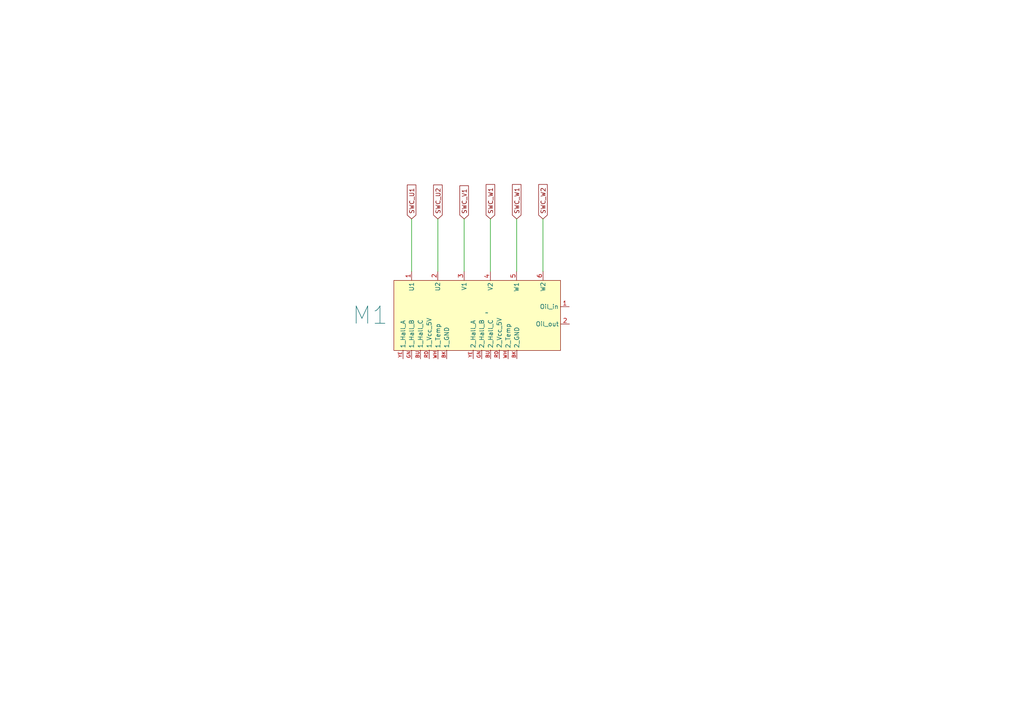
<source format=kicad_sch>
(kicad_sch (version 20230121) (generator eeschema)
  (paper "A4")
  (title_block (title "Hyperloop 48V") (company "Hoschule Emden Leer"))
  (lib_symbols
    (symbol "goldenmotor.kicad_sym:ENG"
      (property "Reference" "M" (at -36.6014 1.3716 0))
      (symbol "ENG_1_1"
        (rectangle (start -25.4508 10.1092) (end 22.8854 -10.2108) (fill (type background)))
        (pin input line (at 25.4 2.4892 180) (length 2.54) (name "Oil_in") (number "1"))
        (pin input line (at -20.32 12.7 270) (length 2.54) (name "U1") (number "1"))
        (pin output line (at 25.4762 -2.54 180) (length 2.54) (name "Oil_out") (number "2"))
        (pin input line (at -12.7254 12.7254 270) (length 2.54) (name "U2") (number "2"))
        (pin input line (at -5.08 12.7 270) (length 2.54) (name "V1") (number "3"))
        (pin input line (at 2.54 12.6238 270) (length 2.54) (name "V2") (number "4"))
        (pin input line (at 10.1092 12.6746 270) (length 2.54) (name "W1") (number "5"))
        (pin input line (at 17.8054 12.7254 270) (length 2.54) (name "W2") (number "6"))
        (pin passive line (at -10.1346 -12.6492 90) (length 2.54) (name "1_GND") (number "BK"))
        (pin passive line (at 10.2108 -12.6238 90) (length 2.54) (name "2_GND") (number "BK"))
        (pin output line (at -17.7546 -12.6492 90) (length 2.54) (name "1_Hall_C") (number "BU"))
        (pin output line (at 2.5908 -12.6238 90) (length 2.54) (name "2_Hall_C") (number "BU"))
        (pin output line (at -20.32 -12.6746 90) (length 2.54) (name "1_Hall_B") (number "GN"))
        (pin output line (at 0.0254 -12.6492 90) (length 2.54) (name "2_Hall_B") (number "GN"))
        (pin power_in line (at -15.2146 -12.6238 90) (length 2.54) (name "1_Vcc_5V") (number "RD"))
        (pin power_in line (at 5.1308 -12.5984 90) (length 2.54) (name "2_Vcc_5V") (number "RD"))
        (pin output line (at -12.6746 -12.6746 90) (length 2.54) (name "1_Temp") (number "WH"))
        (pin output line (at 7.6708 -12.6492 90) (length 2.54) (name "2_Temp") (number "WH"))
        (pin output line (at -22.8092 -12.6492 90) (length 2.54) (name "1_Hall_A") (number "YE"))
        (pin output line (at -2.4638 -12.6238 90) (length 2.54) (name "2_Hall_A") (number "YE"))
      )
    )
  )
  (wire (pts (xy 119.38 63.5) (xy 119.38 78.74)))
  (wire (pts (xy 134.62 63.5) (xy 134.62 78.74)))
  (wire (pts (xy 127 63.5) (xy 127 78.74)))
  (wire (pts (xy 157.48 63.5) (xy 157.48 78.74)))
  (wire (pts (xy 149.86 63.5) (xy 149.86 78.74)))
  (wire (pts (xy 142.24 63.5) (xy 142.24 78.74)))
  (global_label "SWC_V1" (shape input) (at 134.62 63.5 90) (property "Intersheetrefs" "${INTERSHEET_REFS}" (effects hide)))
  (global_label "SWC_U2" (shape input) (at 127 63.5 90) (property "Intersheetrefs" "${INTERSHEET_REFS}" (effects hide)))
  (global_label "SWC_U1" (shape input) (at 119.38 63.5 90) (property "Intersheetrefs" "${INTERSHEET_REFS}" (effects hide)))
  (global_label "SWC_W1" (shape input) (at 149.86 63.5 90) (property "Intersheetrefs" "${INTERSHEET_REFS}" (effects hide)))
  (global_label "SWC_W1" (shape input) (at 142.24 63.5 90) (property "Intersheetrefs" "${INTERSHEET_REFS}" (effects hide)))
  (global_label "SWC_W2" (shape input) (at 157.48 63.5 90) (property "Intersheetrefs" "${INTERSHEET_REFS}" (effects hide)))
  (symbol (lib_id "goldenmotor.kicad_sym:ENG") (at 139.7 91.44 0) (unit 1)
    (property "Reference" "M1" (at 113.03 91.4526 0) (effects (font (size 5 5)) (justify right)))
    (property "Value" "~" (at 141.1732 90.7034 0))
  )
)
</source>
